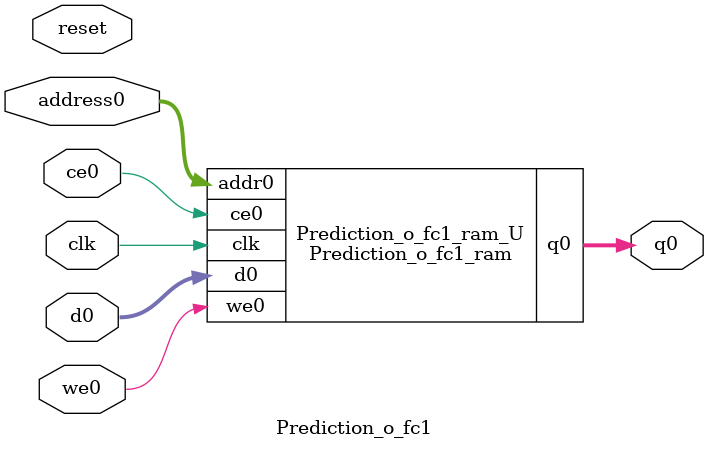
<source format=v>
`timescale 1 ns / 1 ps
module Prediction_o_fc1_ram (addr0, ce0, d0, we0, q0,  clk);

parameter DWIDTH = 32;
parameter AWIDTH = 7;
parameter MEM_SIZE = 120;

input[AWIDTH-1:0] addr0;
input ce0;
input[DWIDTH-1:0] d0;
input we0;
output reg[DWIDTH-1:0] q0;
input clk;

(* ram_style = "block" *)reg [DWIDTH-1:0] ram[0:MEM_SIZE-1];




always @(posedge clk)  
begin 
    if (ce0) 
    begin
        if (we0) 
        begin 
            ram[addr0] <= d0; 
        end 
        q0 <= ram[addr0];
    end
end


endmodule

`timescale 1 ns / 1 ps
module Prediction_o_fc1(
    reset,
    clk,
    address0,
    ce0,
    we0,
    d0,
    q0);

parameter DataWidth = 32'd32;
parameter AddressRange = 32'd120;
parameter AddressWidth = 32'd7;
input reset;
input clk;
input[AddressWidth - 1:0] address0;
input ce0;
input we0;
input[DataWidth - 1:0] d0;
output[DataWidth - 1:0] q0;



Prediction_o_fc1_ram Prediction_o_fc1_ram_U(
    .clk( clk ),
    .addr0( address0 ),
    .ce0( ce0 ),
    .we0( we0 ),
    .d0( d0 ),
    .q0( q0 ));

endmodule


</source>
